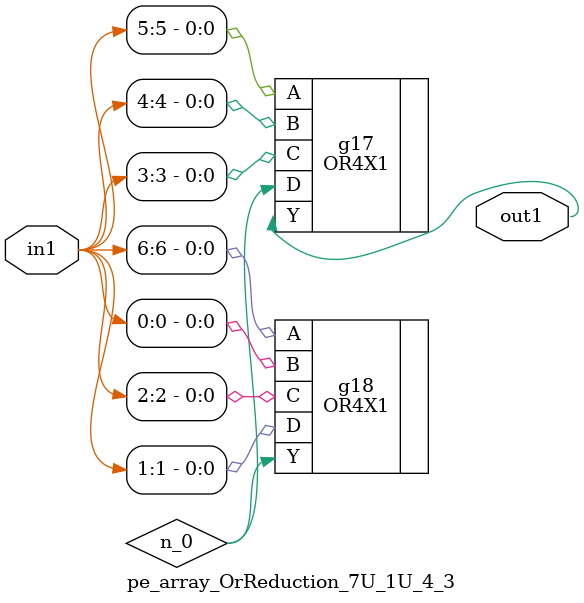
<source format=v>
`timescale 1ps / 1ps


module pe_array_OrReduction_7U_1U_4_3(in1, out1);
  input [6:0] in1;
  output out1;
  wire [6:0] in1;
  wire out1;
  wire n_0;
  OR4X1 g17(.A (in1[5]), .B (in1[4]), .C (in1[3]), .D (n_0), .Y (out1));
  OR4X1 g18(.A (in1[6]), .B (in1[0]), .C (in1[2]), .D (in1[1]), .Y
       (n_0));
endmodule



</source>
